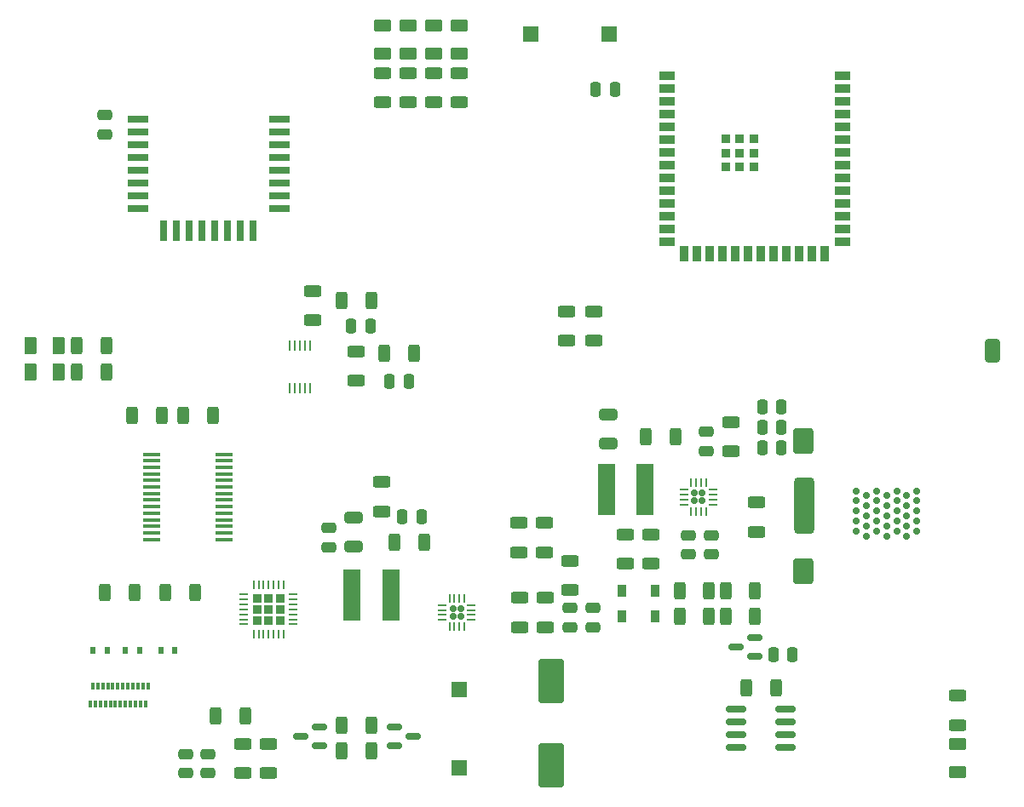
<source format=gtp>
%TF.GenerationSoftware,KiCad,Pcbnew,(6.0.9-0)*%
%TF.CreationDate,2023-01-05T01:08:25+08:00*%
%TF.ProjectId,pippino_board,70697070-696e-46f5-9f62-6f6172642e6b,rev?*%
%TF.SameCoordinates,Original*%
%TF.FileFunction,Paste,Top*%
%TF.FilePolarity,Positive*%
%FSLAX46Y46*%
G04 Gerber Fmt 4.6, Leading zero omitted, Abs format (unit mm)*
G04 Created by KiCad (PCBNEW (6.0.9-0)) date 2023-01-05 01:08:25*
%MOMM*%
%LPD*%
G01*
G04 APERTURE LIST*
G04 Aperture macros list*
%AMRoundRect*
0 Rectangle with rounded corners*
0 $1 Rounding radius*
0 $2 $3 $4 $5 $6 $7 $8 $9 X,Y pos of 4 corners*
0 Add a 4 corners polygon primitive as box body*
4,1,4,$2,$3,$4,$5,$6,$7,$8,$9,$2,$3,0*
0 Add four circle primitives for the rounded corners*
1,1,$1+$1,$2,$3*
1,1,$1+$1,$4,$5*
1,1,$1+$1,$6,$7*
1,1,$1+$1,$8,$9*
0 Add four rect primitives between the rounded corners*
20,1,$1+$1,$2,$3,$4,$5,0*
20,1,$1+$1,$4,$5,$6,$7,0*
20,1,$1+$1,$6,$7,$8,$9,0*
20,1,$1+$1,$8,$9,$2,$3,0*%
G04 Aperture macros list end*
%ADD10R,1.750000X5.100000*%
%ADD11RoundRect,0.150000X0.150000X-0.150000X0.150000X0.150000X-0.150000X0.150000X-0.150000X-0.150000X0*%
%ADD12RoundRect,0.425000X0.625000X0.875000X-0.625000X0.875000X-0.625000X-0.875000X0.625000X-0.875000X0*%
%ADD13RoundRect,0.405188X0.605187X2.394812X-0.605187X2.394812X-0.605187X-2.394812X0.605187X-2.394812X0*%
%ADD14RoundRect,0.378000X0.378000X-0.818500X0.378000X0.818500X-0.378000X0.818500X-0.378000X-0.818500X0*%
%ADD15RoundRect,0.250000X0.625000X-0.312500X0.625000X0.312500X-0.625000X0.312500X-0.625000X-0.312500X0*%
%ADD16RoundRect,0.250000X0.312500X0.625000X-0.312500X0.625000X-0.312500X-0.625000X0.312500X-0.625000X0*%
%ADD17RoundRect,0.250000X-0.312500X-0.625000X0.312500X-0.625000X0.312500X0.625000X-0.312500X0.625000X0*%
%ADD18RoundRect,0.250000X-0.375000X-0.625000X0.375000X-0.625000X0.375000X0.625000X-0.375000X0.625000X0*%
%ADD19R,1.750000X0.450000*%
%ADD20RoundRect,0.250000X-0.625000X0.375000X-0.625000X-0.375000X0.625000X-0.375000X0.625000X0.375000X0*%
%ADD21RoundRect,0.250000X0.625000X-0.375000X0.625000X0.375000X-0.625000X0.375000X-0.625000X-0.375000X0*%
%ADD22RoundRect,0.250000X0.250000X0.475000X-0.250000X0.475000X-0.250000X-0.475000X0.250000X-0.475000X0*%
%ADD23R,0.600000X0.700000*%
%ADD24RoundRect,0.250000X-0.475000X0.250000X-0.475000X-0.250000X0.475000X-0.250000X0.475000X0.250000X0*%
%ADD25RoundRect,0.062500X0.062500X-0.375000X0.062500X0.375000X-0.062500X0.375000X-0.062500X-0.375000X0*%
%ADD26RoundRect,0.062500X0.375000X-0.062500X0.375000X0.062500X-0.375000X0.062500X-0.375000X-0.062500X0*%
%ADD27R,0.250000X1.100000*%
%ADD28RoundRect,0.150000X0.587500X0.150000X-0.587500X0.150000X-0.587500X-0.150000X0.587500X-0.150000X0*%
%ADD29R,0.900000X1.200000*%
%ADD30RoundRect,0.250000X-1.000000X1.950000X-1.000000X-1.950000X1.000000X-1.950000X1.000000X1.950000X0*%
%ADD31RoundRect,0.250000X0.475000X-0.250000X0.475000X0.250000X-0.475000X0.250000X-0.475000X-0.250000X0*%
%ADD32RoundRect,0.250000X-0.250000X-0.475000X0.250000X-0.475000X0.250000X0.475000X-0.250000X0.475000X0*%
%ADD33RoundRect,0.150000X-0.587500X-0.150000X0.587500X-0.150000X0.587500X0.150000X-0.587500X0.150000X0*%
%ADD34RoundRect,0.250000X0.650000X-0.325000X0.650000X0.325000X-0.650000X0.325000X-0.650000X-0.325000X0*%
%ADD35RoundRect,0.250000X-0.625000X0.312500X-0.625000X-0.312500X0.625000X-0.312500X0.625000X0.312500X0*%
%ADD36R,1.500000X1.500000*%
%ADD37RoundRect,0.225000X-0.225000X-0.225000X0.225000X-0.225000X0.225000X0.225000X-0.225000X0.225000X0*%
%ADD38RoundRect,0.062500X-0.337500X-0.062500X0.337500X-0.062500X0.337500X0.062500X-0.337500X0.062500X0*%
%ADD39RoundRect,0.062500X-0.062500X-0.337500X0.062500X-0.337500X0.062500X0.337500X-0.062500X0.337500X0*%
%ADD40R,1.500000X0.900000*%
%ADD41R,0.900000X1.500000*%
%ADD42R,0.900000X0.900000*%
%ADD43R,0.300000X0.700000*%
%ADD44RoundRect,0.150000X-0.825000X-0.150000X0.825000X-0.150000X0.825000X0.150000X-0.825000X0.150000X0*%
%ADD45R,2.000000X0.700000*%
%ADD46R,0.700000X2.000000*%
G04 APERTURE END LIST*
D10*
X164425000Y-129250000D03*
X160575000Y-129250000D03*
X139175000Y-139750000D03*
X135325000Y-139750000D03*
D11*
X191450000Y-129400000D03*
X191450000Y-133400000D03*
X191450000Y-132400000D03*
X191450000Y-131400000D03*
X190450000Y-130900000D03*
X190450000Y-132900000D03*
X190450000Y-133900000D03*
X191450000Y-130400000D03*
X190450000Y-129900000D03*
X190450000Y-131900000D03*
X189450000Y-133400000D03*
X189450000Y-132400000D03*
X189450000Y-131400000D03*
X189450000Y-129400000D03*
X188450000Y-130900000D03*
X188450000Y-132900000D03*
X188450000Y-133900000D03*
X189450000Y-130400000D03*
X188450000Y-129900000D03*
X188450000Y-131900000D03*
X187450000Y-132400000D03*
X187450000Y-133400000D03*
X186450000Y-129900000D03*
X186450000Y-130900000D03*
X186450000Y-131900000D03*
X186450000Y-132900000D03*
X186450000Y-133900000D03*
X185450000Y-129400000D03*
X185450000Y-130400000D03*
X185450000Y-131400000D03*
X185450000Y-132400000D03*
X185450000Y-133400000D03*
D12*
X180200000Y-137400000D03*
D13*
X180239625Y-130900000D03*
D12*
X180200000Y-124400000D03*
D14*
X198944000Y-115453500D03*
D11*
X187450000Y-130400000D03*
X187450000Y-131400000D03*
X187450000Y-129400000D03*
D15*
X138250000Y-131462500D03*
X138250000Y-128537500D03*
D16*
X110912500Y-117590000D03*
X107987500Y-117590000D03*
D17*
X134287500Y-155250000D03*
X137212500Y-155250000D03*
D18*
X103381250Y-117590000D03*
X106181250Y-117590000D03*
D19*
X122600000Y-134225000D03*
X122600000Y-133575000D03*
X122600000Y-132925000D03*
X122600000Y-132275000D03*
X122600000Y-131625000D03*
X122600000Y-130975000D03*
X122600000Y-130325000D03*
X122600000Y-129675000D03*
X122600000Y-129025000D03*
X122600000Y-128375000D03*
X122600000Y-127725000D03*
X122600000Y-127075000D03*
X122600000Y-126425000D03*
X122600000Y-125775000D03*
X115400000Y-125775000D03*
X115400000Y-126425000D03*
X115400000Y-127075000D03*
X115400000Y-127725000D03*
X115400000Y-128375000D03*
X115400000Y-129025000D03*
X115400000Y-129675000D03*
X115400000Y-130325000D03*
X115400000Y-130975000D03*
X115400000Y-131625000D03*
X115400000Y-132275000D03*
X115400000Y-132925000D03*
X115400000Y-133575000D03*
X115400000Y-134225000D03*
D18*
X103381250Y-115000000D03*
X106181250Y-115000000D03*
D20*
X143440000Y-83100000D03*
X143440000Y-85900000D03*
D21*
X195500000Y-157400000D03*
X195500000Y-154600000D03*
D16*
X110912500Y-115000000D03*
X107987500Y-115000000D03*
D22*
X177984000Y-125104000D03*
X176084000Y-125104000D03*
D23*
X117700000Y-145250000D03*
X116300000Y-145250000D03*
D17*
X164537500Y-124000000D03*
X167462500Y-124000000D03*
D15*
X124500000Y-157500000D03*
X124500000Y-154575000D03*
D24*
X118750000Y-155587500D03*
X118750000Y-157487500D03*
D15*
X157000000Y-139262500D03*
X157000000Y-136337500D03*
D17*
X134287500Y-152710000D03*
X137212500Y-152710000D03*
D11*
X169375000Y-129625000D03*
X169375000Y-130375000D03*
X170125000Y-130375000D03*
X170125000Y-129625000D03*
D25*
X169000000Y-131437500D03*
X169500000Y-131437500D03*
X170000000Y-131437500D03*
X170500000Y-131437500D03*
D26*
X171187500Y-130750000D03*
X171187500Y-130250000D03*
X171187500Y-129750000D03*
X171187500Y-129250000D03*
D25*
X170500000Y-128562500D03*
X170000000Y-128562500D03*
X169500000Y-128562500D03*
X169000000Y-128562500D03*
D26*
X168312500Y-129250000D03*
X168312500Y-129750000D03*
X168312500Y-130250000D03*
X168312500Y-130750000D03*
D27*
X131109000Y-114927000D03*
X130609000Y-114927000D03*
X130109000Y-114927000D03*
X129609000Y-114927000D03*
X129109000Y-114927000D03*
X129109000Y-119227000D03*
X129609000Y-119227000D03*
X130109000Y-119227000D03*
X130609000Y-119227000D03*
X131109000Y-119227000D03*
D15*
X154462000Y-135534500D03*
X154462000Y-132609500D03*
D22*
X179100000Y-145700000D03*
X177200000Y-145700000D03*
D24*
X170500000Y-123550000D03*
X170500000Y-125450000D03*
D16*
X121478500Y-121872000D03*
X118553500Y-121872000D03*
D28*
X175365500Y-145866000D03*
X175365500Y-143966000D03*
X173490500Y-144916000D03*
D20*
X140900000Y-83100000D03*
X140900000Y-85900000D03*
D17*
X121787500Y-151750000D03*
X124712500Y-151750000D03*
D29*
X162110000Y-141868000D03*
X165410000Y-141868000D03*
D30*
X155124000Y-148336000D03*
X155124000Y-156736000D03*
D31*
X157000000Y-142950000D03*
X157000000Y-141050000D03*
D17*
X113473500Y-121872000D03*
X116398500Y-121872000D03*
D32*
X139050000Y-118500000D03*
X140950000Y-118500000D03*
D17*
X134296000Y-110473000D03*
X137221000Y-110473000D03*
D33*
X139512500Y-152850000D03*
X139512500Y-154750000D03*
X141387500Y-153800000D03*
D16*
X141462500Y-115750000D03*
X138537500Y-115750000D03*
D23*
X112800000Y-145250000D03*
X114200000Y-145250000D03*
D34*
X135500000Y-134975000D03*
X135500000Y-132025000D03*
D17*
X172457500Y-139328000D03*
X175382500Y-139328000D03*
D22*
X161450000Y-89500000D03*
X159550000Y-89500000D03*
D16*
X170810500Y-141868000D03*
X167885500Y-141868000D03*
D15*
X131440500Y-112443500D03*
X131440500Y-109518500D03*
X151922000Y-135534500D03*
X151922000Y-132609500D03*
D20*
X138360000Y-83100000D03*
X138360000Y-85900000D03*
D15*
X173000000Y-125462500D03*
X173000000Y-122537500D03*
D35*
X165000000Y-133737500D03*
X165000000Y-136662500D03*
D15*
X127000000Y-157500000D03*
X127000000Y-154575000D03*
D17*
X172457500Y-141868000D03*
X175382500Y-141868000D03*
D15*
X143440000Y-90752500D03*
X143440000Y-87827500D03*
D36*
X160900000Y-84000000D03*
X153100000Y-84000000D03*
D31*
X133000000Y-135000000D03*
X133000000Y-133100000D03*
D15*
X152000000Y-142962500D03*
X152000000Y-140037500D03*
X156650000Y-114462500D03*
X156650000Y-111537500D03*
D17*
X110787500Y-139500000D03*
X113712500Y-139500000D03*
D15*
X140900000Y-90752500D03*
X140900000Y-87827500D03*
D34*
X160750000Y-124725000D03*
X160750000Y-121775000D03*
D37*
X128150000Y-141184000D03*
X125910000Y-141184000D03*
X127030000Y-142304000D03*
X125910000Y-142304000D03*
X128150000Y-140064000D03*
X128150000Y-142304000D03*
X127030000Y-141184000D03*
X125910000Y-140064000D03*
X127030000Y-140064000D03*
D38*
X124580000Y-139684000D03*
X124580000Y-140184000D03*
X124580000Y-140684000D03*
X124580000Y-141184000D03*
X124580000Y-141684000D03*
X124580000Y-142184000D03*
X124580000Y-142684000D03*
D39*
X125530000Y-143634000D03*
X126030000Y-143634000D03*
X126530000Y-143634000D03*
X127030000Y-143634000D03*
X127530000Y-143634000D03*
X128030000Y-143634000D03*
X128530000Y-143634000D03*
D38*
X129480000Y-142684000D03*
X129480000Y-142184000D03*
X129480000Y-141684000D03*
X129480000Y-141184000D03*
X129480000Y-140684000D03*
X129480000Y-140184000D03*
X129480000Y-139684000D03*
D39*
X128530000Y-138734000D03*
X128030000Y-138734000D03*
X127530000Y-138734000D03*
X127030000Y-138734000D03*
X126530000Y-138734000D03*
X126030000Y-138734000D03*
X125530000Y-138734000D03*
D40*
X166590000Y-88090000D03*
X166590000Y-89360000D03*
X166590000Y-90630000D03*
X166590000Y-91900000D03*
X166590000Y-93170000D03*
X166590000Y-94440000D03*
X166590000Y-95710000D03*
X166590000Y-96980000D03*
X166590000Y-98250000D03*
X166590000Y-99520000D03*
X166590000Y-100790000D03*
X166590000Y-102060000D03*
X166590000Y-103330000D03*
X166590000Y-104600000D03*
D41*
X168355000Y-105850000D03*
X169625000Y-105850000D03*
X170895000Y-105850000D03*
X172165000Y-105850000D03*
X173435000Y-105850000D03*
X174705000Y-105850000D03*
X175975000Y-105850000D03*
X177245000Y-105850000D03*
X178515000Y-105850000D03*
X179785000Y-105850000D03*
X181055000Y-105850000D03*
X182325000Y-105850000D03*
D40*
X184090000Y-104600000D03*
X184090000Y-103330000D03*
X184090000Y-102060000D03*
X184090000Y-100790000D03*
X184090000Y-99520000D03*
X184090000Y-98250000D03*
X184090000Y-96980000D03*
X184090000Y-95710000D03*
X184090000Y-94440000D03*
X184090000Y-93170000D03*
X184090000Y-91900000D03*
X184090000Y-90630000D03*
X184090000Y-89360000D03*
X184090000Y-88090000D03*
D42*
X173840000Y-94410000D03*
X172440000Y-95810000D03*
X175240000Y-95810000D03*
X173840000Y-97210000D03*
X175240000Y-97210000D03*
X173840000Y-95810000D03*
X172440000Y-97210000D03*
X172440000Y-94410000D03*
X175240000Y-94410000D03*
D15*
X135750000Y-118462500D03*
X135750000Y-115537500D03*
D32*
X140300000Y-132000000D03*
X142200000Y-132000000D03*
D15*
X154500000Y-142962500D03*
X154500000Y-140037500D03*
D17*
X139537500Y-134500000D03*
X142462500Y-134500000D03*
D31*
X110774000Y-93950000D03*
X110774000Y-92050000D03*
D16*
X119712500Y-139500000D03*
X116787500Y-139500000D03*
D31*
X159250000Y-142950000D03*
X159250000Y-141050000D03*
D22*
X177984000Y-123072000D03*
X176084000Y-123072000D03*
D17*
X167885500Y-139328000D03*
X170810500Y-139328000D03*
D24*
X168750000Y-133800000D03*
X168750000Y-135700000D03*
D43*
X109548000Y-148864000D03*
X110048000Y-148864000D03*
X110548000Y-148864000D03*
X111048000Y-148864000D03*
X111548000Y-148864000D03*
X112048000Y-148864000D03*
X112548000Y-148864000D03*
X113048000Y-148864000D03*
X113548000Y-148864000D03*
X114048000Y-148864000D03*
X114548000Y-148864000D03*
X115048000Y-148864000D03*
X114798000Y-150564000D03*
X114298000Y-150564000D03*
X113798000Y-150564000D03*
X113298000Y-150564000D03*
X112798000Y-150564000D03*
X112298000Y-150564000D03*
X111798000Y-150564000D03*
X111298000Y-150564000D03*
X110798000Y-150564000D03*
X110298000Y-150564000D03*
X109798000Y-150564000D03*
X109298000Y-150564000D03*
D22*
X177984000Y-121040000D03*
X176084000Y-121040000D03*
D44*
X173477000Y-151139000D03*
X173477000Y-152409000D03*
X173477000Y-153679000D03*
X173477000Y-154949000D03*
X178427000Y-154949000D03*
X178427000Y-153679000D03*
X178427000Y-152409000D03*
X178427000Y-151139000D03*
D20*
X145980000Y-83100000D03*
X145980000Y-85900000D03*
D24*
X121000000Y-155587500D03*
X121000000Y-157487500D03*
D11*
X145375000Y-141125000D03*
X146125000Y-141125000D03*
X146125000Y-141875000D03*
X145375000Y-141875000D03*
D25*
X145000000Y-142937500D03*
X145500000Y-142937500D03*
X146000000Y-142937500D03*
X146500000Y-142937500D03*
D26*
X147187500Y-142250000D03*
X147187500Y-141750000D03*
X147187500Y-141250000D03*
X147187500Y-140750000D03*
D25*
X146500000Y-140062500D03*
X146000000Y-140062500D03*
X145500000Y-140062500D03*
X145000000Y-140062500D03*
D26*
X144312500Y-140750000D03*
X144312500Y-141250000D03*
X144312500Y-141750000D03*
X144312500Y-142250000D03*
D23*
X110966000Y-145248000D03*
X109566000Y-145248000D03*
D15*
X145980000Y-90752500D03*
X145980000Y-87827500D03*
D28*
X132087500Y-154750000D03*
X132087500Y-152850000D03*
X130212500Y-153800000D03*
D35*
X195500000Y-149787500D03*
X195500000Y-152712500D03*
D22*
X137155000Y-113013000D03*
X135255000Y-113013000D03*
D15*
X159350000Y-114462500D03*
X159350000Y-111537500D03*
X175500000Y-133462500D03*
X175500000Y-130537500D03*
X138360000Y-90752500D03*
X138360000Y-87827500D03*
D45*
X114036400Y-92410400D03*
X114036400Y-93680400D03*
X114036400Y-94950400D03*
X114036400Y-96220400D03*
X114036400Y-97490400D03*
X114036400Y-98760400D03*
X114036400Y-100030400D03*
X114036400Y-101300400D03*
D46*
X116626400Y-103560400D03*
X117896400Y-103560400D03*
X119166400Y-103560400D03*
X120436400Y-103560400D03*
X121706400Y-103560400D03*
X122976400Y-103560400D03*
X124246400Y-103560400D03*
X125516400Y-103560400D03*
D45*
X128136400Y-101300400D03*
X128136400Y-100030400D03*
X128136400Y-98760400D03*
X128136400Y-97490400D03*
X128136400Y-96220400D03*
X128136400Y-94950400D03*
X128136400Y-93680400D03*
X128136400Y-92410400D03*
D29*
X162110000Y-139328000D03*
X165410000Y-139328000D03*
D15*
X162450000Y-136662500D03*
X162450000Y-133737500D03*
D36*
X145980000Y-149144000D03*
X145980000Y-156944000D03*
D17*
X174537500Y-149000000D03*
X177462500Y-149000000D03*
D24*
X171000000Y-133800000D03*
X171000000Y-135700000D03*
M02*

</source>
